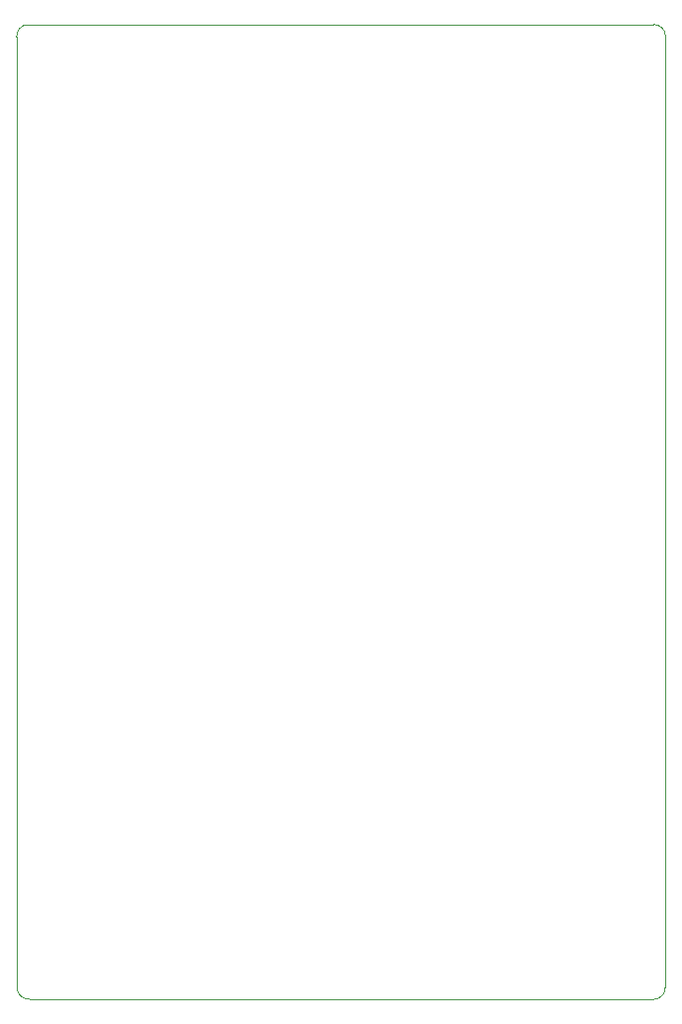
<source format=gbr>
G04 #@! TF.GenerationSoftware,KiCad,Pcbnew,(5.1.10)-1*
G04 #@! TF.CreationDate,2021-11-05T11:55:09+00:00*
G04 #@! TF.ProjectId,RasperryPi ECG Hat,52617370-6572-4727-9950-692045434720,rev?*
G04 #@! TF.SameCoordinates,Original*
G04 #@! TF.FileFunction,Profile,NP*
%FSLAX46Y46*%
G04 Gerber Fmt 4.6, Leading zero omitted, Abs format (unit mm)*
G04 Created by KiCad (PCBNEW (5.1.10)-1) date 2021-11-05 11:55:09*
%MOMM*%
%LPD*%
G01*
G04 APERTURE LIST*
G04 #@! TA.AperFunction,Profile*
%ADD10C,0.050000*%
G04 #@! TD*
G04 APERTURE END LIST*
D10*
X53385492Y-116253950D02*
G75*
G02*
X52334160Y-115270280I-60733J988749D01*
G01*
X107877030Y-115229868D02*
G75*
G02*
X106893360Y-116281200I-988749J-60733D01*
G01*
X106843213Y-32856048D02*
G75*
G02*
X107887190Y-33833028I60308J-981831D01*
G01*
X52305530Y-33924012D02*
X52334160Y-115270280D01*
X52305530Y-33924012D02*
G75*
G02*
X53289200Y-32872680I988749J60733D01*
G01*
X106893360Y-116281200D02*
X53385492Y-116253950D01*
X106843213Y-32856048D02*
X53289200Y-32872680D01*
X107877030Y-115229868D02*
X107887190Y-33833028D01*
M02*

</source>
